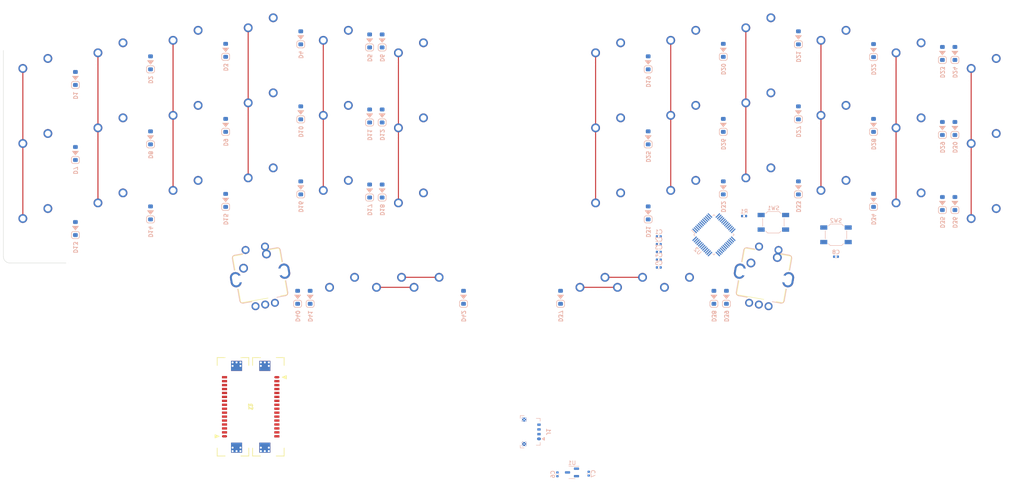
<source format=kicad_pcb>
(kicad_pcb (version 20221018) (generator pcbnew)
  (layers (0 "F.Cu" signal) (31 "B.Cu" signal) (34 "B.Paste" user) (35 "F.Paste" user) (36 "B.SilkS" user "B.Silkscreen") (37 "F.SilkS" user "F.Silkscreen") (38 "B.Mask" user) (39 "F.Mask" user) (44 "Edge.Cuts" user))
  (net 0 "")
  (net 1 "ROW0")
  (net 2 "Net-(D1-A)")
  (net 3 "Net-(D2-A)")
  (net 4 "Net-(D3-A)")
  (net 5 "Net-(D4-A)")
  (net 6 "Net-(D5-A)")
  (net 7 "Net-(D6-A)")
  (net 8 "ROW1")
  (net 9 "Net-(D7-A)")
  (net 10 "Net-(D8-A)")
  (net 11 "Net-(D9-A)")
  (net 12 "Net-(D10-A)")
  (net 13 "Net-(D11-A)")
  (net 14 "Net-(D12-A)")
  (net 15 "ROW2")
  (net 16 "Net-(D13-A)")
  (net 17 "Net-(D14-A)")
  (net 18 "Net-(D15-A)")
  (net 19 "Net-(D16-A)")
  (net 20 "Net-(D17-A)")
  (net 21 "Net-(D18-A)")
  (net 22 "ROW3")
  (net 23 "Net-(D19-A)")
  (net 24 "Net-(D20-A)")
  (net 25 "Net-(D21-A)")
  (net 26 "Net-(D22-A)")
  (net 27 "Net-(D23-A)")
  (net 28 "Net-(D24-A)")
  (net 29 "ROW4")
  (net 30 "Net-(D25-A)")
  (net 31 "Net-(D26-A)")
  (net 32 "Net-(D27-A)")
  (net 33 "Net-(D28-A)")
  (net 34 "Net-(D29-A)")
  (net 35 "Net-(D30-A)")
  (net 36 "ROW5")
  (net 37 "Net-(D31-A)")
  (net 38 "Net-(D32-A)")
  (net 39 "Net-(D33-A)")
  (net 40 "Net-(D34-A)")
  (net 41 "Net-(D35-A)")
  (net 42 "Net-(D36-A)")
  (net 43 "ROW6")
  (net 44 "Net-(D37-A)")
  (net 45 "Net-(D38-A)")
  (net 46 "Net-(D41-A)")
  (net 47 "Net-(D42-A)")
  (net 48 "COL0")
  (net 49 "COL1")
  (net 50 "COL2")
  (net 51 "COL3")
  (net 52 "COL4")
  (net 53 "COL5")
  (net 54 "ENCODER_B")
  (net 55 "ENCODER_A")
  (net 56 "GND")
  (net 57 "+3.3V")
  (net 58 "NRST")
  (net 59 "DATA_N")
  (net 60 "DATA_P")
  (net 61 "BOOTO")
  (net 62 "+5V")
  (net 63 "ENCODER_1S2")
  (net 64 "ENCODER_2S2")
  (net 65 "+3V3")
  (net 86 "RGB_LED")
  (footprint "MX_Only:MXOnly-1U-NoLED" (layer "F.Cu") (at 30.1625 48.41875)
    (fp_text reference "SW5")
    (fp_text value "SW_Push")
  )
  (footprint "MX_Only:MXOnly-1U-NoLED" (layer "F.Cu") (at 270.66875 48.41875)
    (fp_text reference "SW28")
    (fp_text value "SW_Push")
  )
  (footprint "acheron_Connectors:XFCN_F1004-H-16-20G-R_P1.0mm_MountingReliefs" (layer "F.Cu") (at 78.15 131.7625 -90)
    (fp_text reference "J2")
    (fp_text value "Conn_01x16")
  )
  (footprint "MX_Only:MXOnly-1U-NoLED" (layer "F.Cu") (at 49.2125 82.55)
    (fp_text reference "SW18")
    (fp_text value "SW_Push")
  )
  (footprint "MX_Only:MXOnly-1U-NoLED" (layer "F.Cu") (at 49.2125 44.45)
    (fp_text reference "SW6")
    (fp_text value "SW_Push")
  )
  (footprint "MX_Only:MXOnly-1U-NoLED" (layer "F.Cu") (at 30.1625 86.51875)
    (fp_text reference "SW17")
    (fp_text value "SW_Push")
  )
  (footprint "MX_Only:MXOnly-1U-NoLED" (layer "F.Cu") (at 232.56875 41.275)
    (fp_text reference "SW26")
    (fp_text value "SW_Push")
  )
  (footprint "acheron_Hardware:ALPS_EC11E" (layer "F.Cu") (at 86.51875 98.425 10)
    (fp_text reference "SW3")
    (fp_text value "EC11Ex")
  )
  (footprint "MX_Only:MXOnly-1U-NoLED" (layer "F.Cu") (at 270.66875 86.51875)
    (fp_text reference "SW40")
    (fp_text value "SW_Push")
  )
  (footprint "MX_Only:MXOnly-1U-NoLED" (layer "F.Cu") (at 175.41875 44.45)
    (fp_text reference "SW23")
    (fp_text value "SW_Push")
  )
  (footprint "MX_Only:MXOnly-1U-NoLED" (layer "F.Cu") (at 49.2125 63.5)
    (fp_text reference "SW12")
    (fp_text value "SW_Push")
  )
  (footprint "MX_Only:MXOnly-1U-NoLED" (layer "F.Cu") (at 68.2625 79.375)
    (fp_text reference "SW19")
    (fp_text value "SW_Push")
  )
  (footprint "MX_Only:MXOnly-2.25U-ReversedStabilizers-NoLED" (layer "F.Cu") (at 119.85625 103.98125)
    (fp_text reference "SW44")
    (fp_text value "SW_Push")
  )
  (footprint "MX_Only:MXOnly-1U-NoLED" (layer "F.Cu") (at 194.46875 60.325)
    (fp_text reference "SW30")
    (fp_text value "SW_Push")
  )
  (footprint "MX_Only:MXOnly-1U-NoLED" (layer "F.Cu") (at 251.61875 44.45)
    (fp_text reference "SW27")
    (fp_text value "SW_Push")
  )
  (footprint "MX_Only:MXOnly-1U-NoLED" (layer "F.Cu") (at 232.56875 60.325)
    (fp_text reference "SW32")
    (fp_text value "SW_Push")
  )
  (footprint "MX_Only:MXOnly-1U-NoLED" (layer "F.Cu") (at 213.51875 38.1)
    (fp_text reference "SW25")
    (fp_text value "SW_Push")
  )
  (footprint "MX_Only:MXOnly-1U-NoLED" (layer "F.Cu") (at 194.46875 41.275)
    (fp_text reference "SW24")
    (fp_text value "SW_Push")
  )
  (footprint "MX_Only:MXOnly-2.25U-ReversedStabilizers-NoLED" (layer "F.Cu") (at 180.975 103.98125)
    (fp_text reference "SW43")
    (fp_text value "SW_Push")
  )
  (footprint "MX_Only:MXOnly-1U-NoLED" (layer "F.Cu") (at 106.3625 41.275)
    (fp_text reference "SW9")
    (fp_text value "SW_Push")
  )
  (footprint "MX_Only:MXOnly-1.25U-NoLED" (layer "F.Cu") (at 129.38125 103.98125)
    (fp_text reference "SW42")
    (fp_text value "SW_Push")
  )
  (footprint "MX_Only:MXOnly-1U-NoLED" (layer "F.Cu") (at 175.41875 63.5)
    (fp_text reference "SW29")
    (fp_text value "SW_Push")
  )
  (footprint "MX_Only:MXOnly-1U-NoLED" (layer "F.Cu") (at 107.95 103.98125)
    (fp_text reference "SW48")
    (fp_text value "SW_Push")
  )
  (footprint "MX_Only:MXOnly-1U-NoLED" (layer "F.Cu") (at 68.2625 60.325)
    (fp_text reference "SW13")
    (fp_text value "SW_Push")
  )
  (footprint "MX_Only:MXOnly-1U-NoLED" (layer "F.Cu") (at 213.51875 57.15)
    (fp_text reference "SW31")
    (fp_text value "SW_Push")
  )
  (footprint "MX_Only:MXOnly-1U-NoLED" (layer "F.Cu") (at 214.3125 98.425 -10)
    (fp_text reference "SW46")
    (fp_text value "SW_Push")
  )
  (footprint "MX_Only:MXOnly-1U-NoLED" (layer "F.Cu") (at 251.61875 82.55)
    (fp_text reference "SW39")
    (fp_text value "SW_Push")
  )
  (footprint "MX_Only:MXOnly-1U-NoLED" (layer "F.Cu") (at 125.4125 44.45)
    (fp_text reference "SW10")
    (fp_text value "SW_Push")
  )
  (footprint "MX_Only:MXOnly-1U-NoLED" (layer "F.Cu") (at 86.51875 98.425 10)
    (fp_text reference "SW47")
    (fp_text value "SW_Push")
  )
  (footprint "MX_Only:MXOnly-1U-NoLED" (layer "F.Cu") (at 87.3125 76.2)
    (fp_text reference "SW20")
    (fp_text value "SW_Push")
  )
  (footprint "MX_Only:MXOnly-1U-NoLED" (layer "F.Cu") (at 30.1625 67.46875)
    (fp_text reference "SW11")
    (fp_text value "SW_Push")
  )
  (footprint "MX_Only:MXOnly-1U-NoLED" (layer "F.Cu") (at 232.56875 79.375)
    (fp_text reference "SW38")
    (fp_text value "SW_Push")
  )
  (footprint "MX_Only:MXOnly-1U-NoLED" (layer "F.Cu") (at 68.2625 41.275)
    (fp_text reference "SW7")
    (fp_text value "SW_Push")
  )
  (footprint "MX_Only:MXOnly-1U-NoLED" (layer "F.Cu") (at 270.66875 67.46875)
    (fp_text reference "SW34")
    (fp_text value "SW_Push")
  )
  (footprint "MX_Only:MXOnly-1U-NoLED" (layer "F.Cu") (at 106.3625 79.375)
    (fp_text reference "SW21")
    (fp_text value "SW_Push")
  )
  (footprint "MX_Only:MXOnly-1.25U-NoLED" (layer "F.Cu") (at 171.45 103.98125)
    (fp_text reference "SW41")
    (fp_text value "SW_Push")
  )
  (footprint "MX_Only:MXOnly-1U-NoLED" (layer "F.Cu") (at 213.51875 76.2)
    (fp_text reference "SW37")
    (fp_text value "SW_Push")
  )
  (footprint "MX_Only:MXOnly-1U-NoLED" (layer "F.Cu") (at 87.3125 57.15)
    (fp_text reference "SW14")
    (fp_text value "SW_Push")
  )
  (footprint "acheron_Hardware:ALPS_EC11E" (layer "F.Cu") (at 214.3125 98.425 -10)
    (fp_text reference "SW4")
    (fp_text value "EC11Ex")
  )
  (footprint "acheron_Connectors:XFCN_F1004-H-16-20G-R_P1.0mm_MountingReliefs" (layer "F.Cu") (at 90.125 131.7625 90)
    (fp_text reference "J3")
    (fp_text value "Conn_01x16")
  )
  (footprint "MX_Only:MXOnly-1U-NoLED" (layer "F.Cu") (at 251.61875 63.5)
    (fp_text reference "SW33")
    (fp_text value "SW_Push")
  )
  (footprint "MX_Only:MXOnly-1U-NoLED" (layer "F.Cu") (at 194.46875 79.375)
    (fp_text reference "SW36")
    (fp_text value "SW_Push")
  )
  (footprint "MX_Only:MXOnly-1U-NoLED" (layer "F.Cu") (at 125.4125 63.5)
    (fp_text reference "SW16")
    (fp_text value "SW_Push")
  )
  (footprint "MX_Only:MXOnly-1U-NoLED" (layer "F.Cu") (at 192.88125 103.98125)
    (fp_text reference "SW45")
    (fp_text value "SW_Push")
  )
  (footprint "MX_Only:MXOnly-1U-NoLED" (layer "F.Cu") (at 106.3625 60.325)
    (fp_text reference "SW15")
    (fp_text value "SW_Push")
  )
  (footprint "MX_Only:MXOnly-1U-NoLED" (layer "F.Cu") (at 175.41875 82.55)
    (fp_text reference "SW35")
    (fp_text value "SW_Push")
  )
  (footprint "MX_Only:MXOnly-1U-NoLED" (layer "F.Cu") (at 125.4125 82.55)
    (fp_text reference "SW22")
    (fp_text value "SW_Push")
  )
  (footprint "MX_Only:MXOnly-1U-NoLED" (layer "F.Cu") (at 87.3125 38.1)
    (fp_text reference "SW8")
    (fp_text value "SW_Push")
  )
  (footprint "acheron_Components:D_SOD-123" (layer "B.Cu") (at 96.04375 103.98125 90)
    (fp_text reference "D40")
    (fp_text value "D_Small")
  )
  (footprint "Button_Switch_SMD:SW_SPST_SKQG_WithoutStem" (layer "B.Cu") (at 216.69375 84.93125 180)
    (fp_text reference "SW1")
    (fp_text value "RST")
  )
  (footprint "Capacitor_SMD:C_0402_1005Metric" (layer "B.Cu") (at 169.8625 148.745 90)
    (fp_text reference "C7")
    (fp_text value "1uF")
  )
  (footprint "acheron_Components:D_SOD-123" (layer "B.Cu") (at 223.04375 57.15 90)
    (fp_text reference "D27")
    (fp_text value "D_Small")
  )
  (footprint "Capacitor_SMD:C_0402_1005Metric" (layer "B.Cu") (at 187.63875 90.4875 180)
    (fp_text reference "C2")
    (fp_text value "100nF")
  )
  (footprint "acheron_Components:D_SOD-123" (layer "B.Cu") (at 77.7875 79.375 90)
    (fp_text reference "D15")
    (fp_text value "D_Small")
  )
  (footprint "acheron_Components:D_SOD-123" (layer "B.Cu") (at 242.09375 41.3375 90)
    (fp_text reference "D22")
    (fp_text value "D_Small")
  )
  (footprint "acheron_Connectors:MOLEX_781710004_MountingReliefs" (layer "B.Cu") (at 157.25 138.1125 90)
    (fp_text reference "J1")
    (fp_text value "Conn_01x04_MountingPin")
  )
  (footprint "acheron_Components:D_SOD-123" (layer "B.Cu") (at 77.7875 41.275 90)
    (fp_text reference "D3")
    (fp_text value "D_Small")
  )
  (footprint "Capacitor_SMD:C_0402_1005Metric" (layer "B.Cu") (at 187.63875 96.3975 180)
    (fp_text reference "C5")
    (fp_text value "100nF")
  )
  (footprint "acheron_Components:D_SOD-123" (layer "B.Cu") (at 242.09375 60.325 90)
    (fp_text reference "D28")
    (fp_text value "D_Small")
  )
  (footprint "acheron_Components:D_SOD-123" (layer "B.Cu") (at 58.7375 44.45 90)
    (fp_text reference "D2")
    (fp_text value "D_Small")
  )
  (footprint "acheron_Components:D_SOD-123" (layer "B.Cu") (at 114.3 57.94375 90)
    (fp_text reference "D11")
    (fp_text value "D_Small")
  )
  (footprint "acheron_Components:D_SOD-123" (layer "B.Cu") (at 259.55625 61.11875 90)
    (fp_text reference "D29")
    (fp_text value "D_Small")
  )
  (footprint "Button_Switch_SMD:SW_SPST_SKQG_WithoutStem" (layer "B.Cu") (at 232.56875 88.10625 180)
    (fp_text reference "SW2")
    (fp_text value "RST")
  )
  (footprint "acheron_Components:D_SOD-123" (layer "B.Cu") (at 184.94375 82.55 90)
    (fp_text reference "D31")
    (fp_text value "D_Small")
  )
  (footprint "acheron_Components:D_SOD-123" (layer "B.Cu") (at 201.6125 103.98125 90)
    (fp_text reference "D38")
    (fp_text value "D_Small")
  )
  (footprint "acheron_Components:D_SOD-123" (layer "B.Cu") (at 259.55625 80.16875 90)
    (fp_text reference "D35")
    (fp_text value "D_Small")
  )
  (footprint "Capacitor_SMD:C_0402_1005Metric" (layer "B.Cu") (at 161.925 148.91125 -90)
    (fp_text reference "C6")
    (fp_text value "1uF")
  )
  (footprint "Resistor_SMD:R_0402_1005Metric" (layer "B.Cu") (at 209.26625 83.34375 180)
    (fp_text reference "R1")
    (fp_text value "10k")
  )
  (footprint "acheron_Components:D_SOD-123" (layer "B.Cu") (at 96.8375 38.1 90)
    (fp_text reference "D4")
    (fp_text value "D_Small")
  )
  (footprint "Capacitor_SMD:C_0402_1005Metric" (layer "B.Cu") (at 187.63875 92.4575 180)
    (fp_text reference "C3")
    (fp_text value "100nF")
  )
  (footprint "acheron_Components:D_SOD-123" (layer "B.Cu") (at 204.7875 103.98125 90)
    (fp_text reference "D39")
    (fp_text value "D_Small")
  )
  (footprint "acheron_Components:D_SOD-123" (layer "B.Cu") (at 117.475 76.99375 90)
    (fp_text reference "D18")
    (fp_text value "D_Small")
  )
  (footprint "acheron_Components:D_SOD-123" (layer "B.Cu") (at 203.99375 41.275 90)
    (fp_text reference "D20")
    (fp_text value "D_Small")
  )
  (footprint "acheron_Components:D_SOD-123" (layer "B.Cu") (at 96.8375 76.2 90)
    (fp_text reference "D16")
    (fp_text value "D_Small")
  )
  (footprint "acheron_Components:D_SOD-123" (layer "B.Cu") (at 58.7375 63.5 90)
    (fp_text reference "D8")
    (fp_text value "D_Small")
  )
  (footprint "acheron_Components:D_SOD-123" (layer "B.Cu") (at 262.73125 42.06875 90)
    (fp_text reference "D24")
    (fp_text value "D_Small")
  )
  (footprint "acheron_Components:D_SOD-123" (layer "B.Cu") (at 58.7375 82.55 90)
    (fp_text reference "D14")
    (fp_text value "D_Small")
  )
  (footprint "acheron_Components:D_SOD-123" (layer "B.Cu") (at 223.04375 38.1 90)
    (fp_text reference "D21")
    (fp_text value "D_Small")
  )
  (footprint "acheron_Components:D_SOD-123" (layer "B.Cu") (at 259.55625 42.06875 90)
    (fp_text reference "D23")
    (fp_text value "D_Small")
  )
  (footprint "acheron_Components:D_SOD-123" (layer "B.Cu") (at 114.3 38.89375 90)
    (fp_text reference "D5")
    (fp_text value "D_Small")
  )
  (footprint "Capacitor_SMD:C_0402_1005Metric" (layer "B.Cu") (at 232.56875 93.6625 180)
    (fp_text reference "C8")
    (fp_text value "100nF")
  )
  (footprint "acheron_Components:D_SOD-123" (layer "B.Cu") (at 162.71875 103.98125 90)
    (fp_text reference "D37")
    (fp_text value "D_Small")
  )
  (footprint "acheron_Components:D_SOD-123" (layer "B.Cu") (at 39.6875 86.51875 90)
    (fp_text reference "D13")
    (fp_text value "D_Small")
  )
  (footprint "acheron_Components:D_SOD-123" (layer "B.Cu") (at 39.6875 48.41875 90)
    (fp_text reference "D1")
    (fp_text value "D_Small")
  )
  (footprint "Capacitor_SMD:C_0402_1005Metric" (layer "B.Cu") (at 187.63875 88.5175 180)
    (fp_text reference "C1")
    (fp_text value "100nF")
  )
  (footprint "acheron_Components:D_SOD-123" (layer "B.Cu") (at 96.8375 57.15 90)
    (fp_text reference "D10")
    (fp_text value "D_Small")
  )
  (footprint "acheron_Components:D_SOD-123" (layer "B.Cu") (at 99.21875 103.98125 90)
    (fp_text reference "D41")
    (fp_text value "D_Small")
  )
  (footprint "acheron_Components:D_SOD-123" (layer "B.Cu") (at 203.99375 60.325 90)
    (fp_text reference "D26")
    (fp_text value "D_Small")
  )
  (footprint "acheron_Components:D_SOD-123" (layer "B.Cu") (at 223.04375 76.2 90)
    (fp_text reference "D33")
    (fp_text value "D_Small")
  )
  (footprint "acheron_Components:D_SOD-123" (layer "B.Cu") (at 184.94375 63.5 90)
    (fp_text reference "D25")
    (fp_text value "D_Small")
  )
  (footprint "acheron_Components:D_SOD-123" (layer "B.Cu") (at 117.475 38.89375 90)
    (fp_text reference "D6")
    (fp_text value "D_Small")
  )
  (footprint "acheron_Components:D_SOD-123" (layer "B.Cu") (at 77.7875 60.325 90)
    (fp_text reference "D9")
    (fp_text value "D_Small")
  )
  (footprint "Package_TO_SOT_SMD:SOT-23-3" (layer "B.Cu") (at 165.625 148.43125 180)
    (fp_text reference "U1")
    (fp_text value "XC6206PxxxMR")
  )
  (footprint "Capacitor_SMD:C_0402_1005Metric" (layer "B.Cu") (at 187.63875 94.4275 180)
    (fp_text reference "C4")
    (fp_text value "100nF")
  )
  (footprint "acheron_Components:D_SOD-123" (layer "B.Cu") (at 138.1125 103.98125 90)
    (fp_text reference "D42")
    (fp_text value "D_Small")
  )
  (footprint "Package_QFP:LQFP-48_7x7mm_P0.5mm" (layer "B.Cu") (at 201.6125 88.10625 -45)
    (fp_text reference "U2")
    (fp_text value "STM32F072C8Tx")
  )
  (footprint "acheron_Components:D_SOD-123" (layer "B.Cu") (at 242.09375 79.375 90)
    (fp_text reference "D34")
    (fp_text value "D_Small")
  )
  (footprint "acheron_Components:D_SOD-123" (layer "B.Cu") (at 184.94375 44.45 90)
    (fp_text reference "D19")
    (fp_text value "D_Small")
  )
  (footprint "acheron_Components:D_SOD-123" (layer "B.Cu") (at 262.73125 80.16875 90)
    (fp_text reference "D36")
    (fp_text value "D_Small")
  )
  (footprint "acheron_Components:D_SOD-123" (layer "B.Cu") (at 39.6875 67.46875 90)
    (fp_text reference "D7")
    (fp_text value "D_Small")
  )
  (footprint "acheron_Components:D_SOD-123" (layer "B.Cu") (at 262.73125 61.11875 90)
    (fp_text reference "D30")
    (fp_text value "D_Small")
  )
  (footprint "acheron_Components:D_SOD-123" (layer "B.Cu") (at 114.3 76.99375 90)
    (fp_text reference "D17")
    (fp_text value "D_Small")
  )
  (footprint "acheron_Components:D_SOD-123" (layer "B.Cu") (at 117.475 57.94375 90)
    (fp_text reference "D12")
    (fp_text value "D_Small")
  )
  (footprint "acheron_Components:D_SOD-123" (layer "B.Cu") (at 203.99375 76.2 90)
    (fp_text reference "D32")
    (fp_text value "D_Small")
  )
  (gr_arc (start 23.01875 95.25) (mid 21.896218 94.785032) (end 21.43125 93.6625) (stroke (width 0.1)) (layer "Edge.Cuts"))
  (gr_line (start 21.43125 41.275) (end 21.43125 93.6625) (stroke (width 0.1)) (layer "Edge.Cuts"))
  (gr_line (start 23.01875 95.25) (end 37.30625 95.25) (stroke (width 0.1)) (layer "Edge.Cuts"))
  (segment (start 183.515 98.90125) (end 173.99 98.90125) (width 0.254) (layer "F.Cu") (net 44))
  (segment (start 131.92125 98.90125) (end 122.39625 98.90125) (width 0.254) (layer "F.Cu") (net 47))
  (segment (start 171.60875 41.91) (end 171.60875 80.01) (width 0.254) (layer "F.Cu") (net 48))
  (segment (start 167.64 101.44125) (end 177.165 101.44125) (width 0.254) (layer "F.Cu") (net 48))
  (segment (start 26.3525 45.87875) (end 26.3525 83.97875) (width 0.254) (layer "F.Cu") (net 48))
  (segment (start 190.65875 38.735) (end 190.65875 76.835) (width 0.254) (layer "F.Cu") (net 49))
  (segment (start 45.4025 41.91) (end 45.4025 80.01) (width 0.254) (layer "F.Cu") (net 49))
  (segment (start 64.4525 38.735) (end 64.4525 76.835) (width 0.254) (layer "F.Cu") (net 50))
  (segment (start 209.70875 35.56) (end 209.70875 73.66) (width 0.254) (layer "F.Cu") (net 50))
  (segment (start 228.75875 38.735) (end 228.75875 76.835) (width 0.254) (layer "F.Cu") (net 51))
  (segment (start 83.5025 35.56) (end 83.5025 73.66) (width 0.254) (layer "F.Cu") (net 51))
  (segment (start 247.80875 41.91) (end 247.80875 80.01) (width 0.254) (layer "F.Cu") (net 52))
  (segment (start 102.5525 38.735) (end 102.5525 76.835) (width 0.254) (layer "F.Cu") (net 52))
  (segment (start 121.6025 41.91) (end 121.6025 80.01) (width 0.254) (layer "F.Cu") (net 53))
  (segment (start 266.85875 45.87875) (end 266.85875 83.97875) (width 0.254) (layer "F.Cu") (net 53))
  (segment (start 125.57125 101.44125) (end 116.04625 101.44125) (width 0.254) (layer "F.Cu") (net 53))
)
</source>
